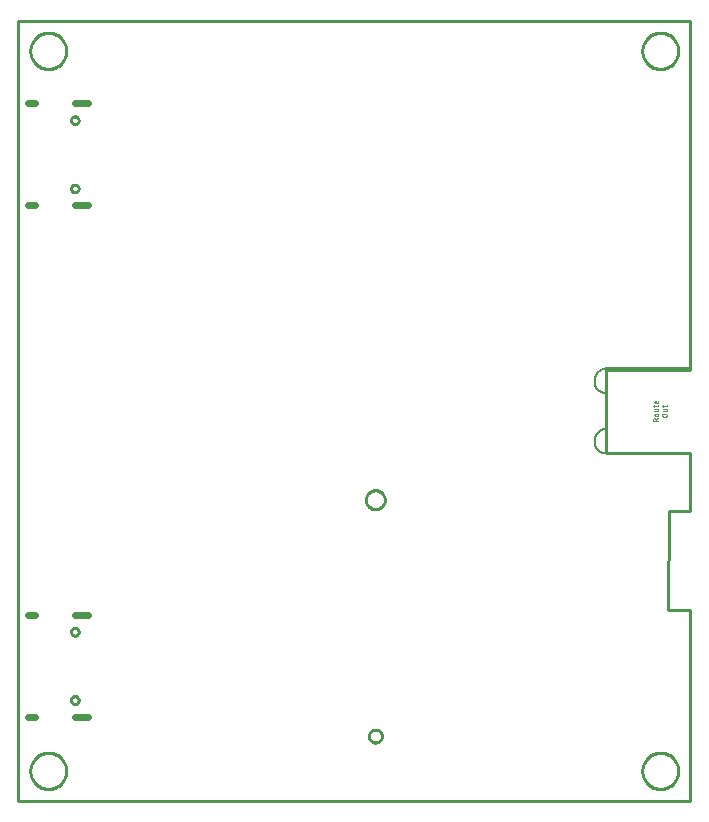
<source format=gko>
G04 EAGLE Gerber RS-274X export*
G75*
%MOMM*%
%FSLAX34Y34*%
%LPD*%
%IN*%
%IPPOS*%
%AMOC8*
5,1,8,0,0,1.08239X$1,22.5*%
G01*
%ADD10C,0.254000*%
%ADD11C,0.000000*%
%ADD12C,0.600000*%
%ADD13C,0.152400*%
%ADD14C,0.076200*%
%ADD15C,0.254000*%


D10*
X0Y660400D02*
X568960Y660400D01*
X568960Y364998D01*
X568960Y294386D02*
X568960Y245364D01*
X568706Y161290D02*
X568960Y0D01*
X0Y0D01*
X0Y660400D01*
X497840Y364998D02*
X497840Y294386D01*
X568960Y294386D01*
X568960Y364998D02*
X497840Y364998D01*
X550672Y245364D02*
X568960Y245364D01*
X550672Y245364D02*
X550418Y161290D01*
X568706Y161290D01*
D11*
X44530Y143200D02*
X44532Y143313D01*
X44538Y143427D01*
X44548Y143540D01*
X44562Y143652D01*
X44579Y143764D01*
X44601Y143876D01*
X44627Y143986D01*
X44656Y144096D01*
X44689Y144204D01*
X44726Y144312D01*
X44767Y144417D01*
X44811Y144522D01*
X44859Y144625D01*
X44910Y144726D01*
X44965Y144825D01*
X45024Y144922D01*
X45086Y145017D01*
X45151Y145110D01*
X45219Y145201D01*
X45290Y145289D01*
X45365Y145375D01*
X45442Y145458D01*
X45522Y145538D01*
X45605Y145615D01*
X45691Y145690D01*
X45779Y145761D01*
X45870Y145829D01*
X45963Y145894D01*
X46058Y145956D01*
X46155Y146015D01*
X46254Y146070D01*
X46355Y146121D01*
X46458Y146169D01*
X46563Y146213D01*
X46668Y146254D01*
X46776Y146291D01*
X46884Y146324D01*
X46994Y146353D01*
X47104Y146379D01*
X47216Y146401D01*
X47328Y146418D01*
X47440Y146432D01*
X47553Y146442D01*
X47667Y146448D01*
X47780Y146450D01*
X47893Y146448D01*
X48007Y146442D01*
X48120Y146432D01*
X48232Y146418D01*
X48344Y146401D01*
X48456Y146379D01*
X48566Y146353D01*
X48676Y146324D01*
X48784Y146291D01*
X48892Y146254D01*
X48997Y146213D01*
X49102Y146169D01*
X49205Y146121D01*
X49306Y146070D01*
X49405Y146015D01*
X49502Y145956D01*
X49597Y145894D01*
X49690Y145829D01*
X49781Y145761D01*
X49869Y145690D01*
X49955Y145615D01*
X50038Y145538D01*
X50118Y145458D01*
X50195Y145375D01*
X50270Y145289D01*
X50341Y145201D01*
X50409Y145110D01*
X50474Y145017D01*
X50536Y144922D01*
X50595Y144825D01*
X50650Y144726D01*
X50701Y144625D01*
X50749Y144522D01*
X50793Y144417D01*
X50834Y144312D01*
X50871Y144204D01*
X50904Y144096D01*
X50933Y143986D01*
X50959Y143876D01*
X50981Y143764D01*
X50998Y143652D01*
X51012Y143540D01*
X51022Y143427D01*
X51028Y143313D01*
X51030Y143200D01*
X51028Y143087D01*
X51022Y142973D01*
X51012Y142860D01*
X50998Y142748D01*
X50981Y142636D01*
X50959Y142524D01*
X50933Y142414D01*
X50904Y142304D01*
X50871Y142196D01*
X50834Y142088D01*
X50793Y141983D01*
X50749Y141878D01*
X50701Y141775D01*
X50650Y141674D01*
X50595Y141575D01*
X50536Y141478D01*
X50474Y141383D01*
X50409Y141290D01*
X50341Y141199D01*
X50270Y141111D01*
X50195Y141025D01*
X50118Y140942D01*
X50038Y140862D01*
X49955Y140785D01*
X49869Y140710D01*
X49781Y140639D01*
X49690Y140571D01*
X49597Y140506D01*
X49502Y140444D01*
X49405Y140385D01*
X49306Y140330D01*
X49205Y140279D01*
X49102Y140231D01*
X48997Y140187D01*
X48892Y140146D01*
X48784Y140109D01*
X48676Y140076D01*
X48566Y140047D01*
X48456Y140021D01*
X48344Y139999D01*
X48232Y139982D01*
X48120Y139968D01*
X48007Y139958D01*
X47893Y139952D01*
X47780Y139950D01*
X47667Y139952D01*
X47553Y139958D01*
X47440Y139968D01*
X47328Y139982D01*
X47216Y139999D01*
X47104Y140021D01*
X46994Y140047D01*
X46884Y140076D01*
X46776Y140109D01*
X46668Y140146D01*
X46563Y140187D01*
X46458Y140231D01*
X46355Y140279D01*
X46254Y140330D01*
X46155Y140385D01*
X46058Y140444D01*
X45963Y140506D01*
X45870Y140571D01*
X45779Y140639D01*
X45691Y140710D01*
X45605Y140785D01*
X45522Y140862D01*
X45442Y140942D01*
X45365Y141025D01*
X45290Y141111D01*
X45219Y141199D01*
X45151Y141290D01*
X45086Y141383D01*
X45024Y141478D01*
X44965Y141575D01*
X44910Y141674D01*
X44859Y141775D01*
X44811Y141878D01*
X44767Y141983D01*
X44726Y142088D01*
X44689Y142196D01*
X44656Y142304D01*
X44627Y142414D01*
X44601Y142524D01*
X44579Y142636D01*
X44562Y142748D01*
X44548Y142860D01*
X44538Y142973D01*
X44532Y143087D01*
X44530Y143200D01*
X44530Y85400D02*
X44532Y85513D01*
X44538Y85627D01*
X44548Y85740D01*
X44562Y85852D01*
X44579Y85964D01*
X44601Y86076D01*
X44627Y86186D01*
X44656Y86296D01*
X44689Y86404D01*
X44726Y86512D01*
X44767Y86617D01*
X44811Y86722D01*
X44859Y86825D01*
X44910Y86926D01*
X44965Y87025D01*
X45024Y87122D01*
X45086Y87217D01*
X45151Y87310D01*
X45219Y87401D01*
X45290Y87489D01*
X45365Y87575D01*
X45442Y87658D01*
X45522Y87738D01*
X45605Y87815D01*
X45691Y87890D01*
X45779Y87961D01*
X45870Y88029D01*
X45963Y88094D01*
X46058Y88156D01*
X46155Y88215D01*
X46254Y88270D01*
X46355Y88321D01*
X46458Y88369D01*
X46563Y88413D01*
X46668Y88454D01*
X46776Y88491D01*
X46884Y88524D01*
X46994Y88553D01*
X47104Y88579D01*
X47216Y88601D01*
X47328Y88618D01*
X47440Y88632D01*
X47553Y88642D01*
X47667Y88648D01*
X47780Y88650D01*
X47893Y88648D01*
X48007Y88642D01*
X48120Y88632D01*
X48232Y88618D01*
X48344Y88601D01*
X48456Y88579D01*
X48566Y88553D01*
X48676Y88524D01*
X48784Y88491D01*
X48892Y88454D01*
X48997Y88413D01*
X49102Y88369D01*
X49205Y88321D01*
X49306Y88270D01*
X49405Y88215D01*
X49502Y88156D01*
X49597Y88094D01*
X49690Y88029D01*
X49781Y87961D01*
X49869Y87890D01*
X49955Y87815D01*
X50038Y87738D01*
X50118Y87658D01*
X50195Y87575D01*
X50270Y87489D01*
X50341Y87401D01*
X50409Y87310D01*
X50474Y87217D01*
X50536Y87122D01*
X50595Y87025D01*
X50650Y86926D01*
X50701Y86825D01*
X50749Y86722D01*
X50793Y86617D01*
X50834Y86512D01*
X50871Y86404D01*
X50904Y86296D01*
X50933Y86186D01*
X50959Y86076D01*
X50981Y85964D01*
X50998Y85852D01*
X51012Y85740D01*
X51022Y85627D01*
X51028Y85513D01*
X51030Y85400D01*
X51028Y85287D01*
X51022Y85173D01*
X51012Y85060D01*
X50998Y84948D01*
X50981Y84836D01*
X50959Y84724D01*
X50933Y84614D01*
X50904Y84504D01*
X50871Y84396D01*
X50834Y84288D01*
X50793Y84183D01*
X50749Y84078D01*
X50701Y83975D01*
X50650Y83874D01*
X50595Y83775D01*
X50536Y83678D01*
X50474Y83583D01*
X50409Y83490D01*
X50341Y83399D01*
X50270Y83311D01*
X50195Y83225D01*
X50118Y83142D01*
X50038Y83062D01*
X49955Y82985D01*
X49869Y82910D01*
X49781Y82839D01*
X49690Y82771D01*
X49597Y82706D01*
X49502Y82644D01*
X49405Y82585D01*
X49306Y82530D01*
X49205Y82479D01*
X49102Y82431D01*
X48997Y82387D01*
X48892Y82346D01*
X48784Y82309D01*
X48676Y82276D01*
X48566Y82247D01*
X48456Y82221D01*
X48344Y82199D01*
X48232Y82182D01*
X48120Y82168D01*
X48007Y82158D01*
X47893Y82152D01*
X47780Y82150D01*
X47667Y82152D01*
X47553Y82158D01*
X47440Y82168D01*
X47328Y82182D01*
X47216Y82199D01*
X47104Y82221D01*
X46994Y82247D01*
X46884Y82276D01*
X46776Y82309D01*
X46668Y82346D01*
X46563Y82387D01*
X46458Y82431D01*
X46355Y82479D01*
X46254Y82530D01*
X46155Y82585D01*
X46058Y82644D01*
X45963Y82706D01*
X45870Y82771D01*
X45779Y82839D01*
X45691Y82910D01*
X45605Y82985D01*
X45522Y83062D01*
X45442Y83142D01*
X45365Y83225D01*
X45290Y83311D01*
X45219Y83399D01*
X45151Y83490D01*
X45086Y83583D01*
X45024Y83678D01*
X44965Y83775D01*
X44910Y83874D01*
X44859Y83975D01*
X44811Y84078D01*
X44767Y84183D01*
X44726Y84288D01*
X44689Y84396D01*
X44656Y84504D01*
X44627Y84614D01*
X44601Y84724D01*
X44579Y84836D01*
X44562Y84948D01*
X44548Y85060D01*
X44538Y85173D01*
X44532Y85287D01*
X44530Y85400D01*
D12*
X47580Y157480D02*
X58580Y157480D01*
X58580Y71120D02*
X47580Y71120D01*
X14430Y157480D02*
X8230Y157480D01*
X8230Y71120D02*
X14430Y71120D01*
D11*
X296760Y54940D02*
X296762Y55088D01*
X296768Y55236D01*
X296778Y55384D01*
X296792Y55532D01*
X296810Y55679D01*
X296832Y55826D01*
X296858Y55972D01*
X296887Y56117D01*
X296921Y56262D01*
X296959Y56405D01*
X297000Y56548D01*
X297045Y56689D01*
X297095Y56829D01*
X297147Y56967D01*
X297204Y57105D01*
X297264Y57240D01*
X297328Y57374D01*
X297395Y57506D01*
X297466Y57636D01*
X297541Y57765D01*
X297619Y57891D01*
X297700Y58015D01*
X297784Y58137D01*
X297872Y58256D01*
X297963Y58373D01*
X298057Y58488D01*
X298155Y58600D01*
X298255Y58709D01*
X298358Y58816D01*
X298464Y58920D01*
X298572Y59021D01*
X298684Y59119D01*
X298798Y59214D01*
X298914Y59305D01*
X299033Y59394D01*
X299154Y59479D01*
X299278Y59561D01*
X299404Y59640D01*
X299531Y59715D01*
X299661Y59787D01*
X299793Y59856D01*
X299926Y59920D01*
X300061Y59981D01*
X300198Y60039D01*
X300336Y60093D01*
X300476Y60143D01*
X300617Y60189D01*
X300759Y60231D01*
X300902Y60270D01*
X301046Y60304D01*
X301192Y60335D01*
X301337Y60362D01*
X301484Y60385D01*
X301631Y60404D01*
X301779Y60419D01*
X301926Y60430D01*
X302075Y60437D01*
X302223Y60440D01*
X302371Y60439D01*
X302519Y60434D01*
X302667Y60425D01*
X302815Y60412D01*
X302963Y60395D01*
X303109Y60374D01*
X303256Y60349D01*
X303401Y60320D01*
X303546Y60288D01*
X303689Y60251D01*
X303832Y60211D01*
X303974Y60166D01*
X304114Y60118D01*
X304253Y60066D01*
X304390Y60011D01*
X304526Y59951D01*
X304661Y59888D01*
X304793Y59822D01*
X304924Y59752D01*
X305053Y59678D01*
X305179Y59601D01*
X305304Y59521D01*
X305426Y59437D01*
X305547Y59350D01*
X305664Y59260D01*
X305780Y59166D01*
X305892Y59070D01*
X306002Y58971D01*
X306110Y58868D01*
X306214Y58763D01*
X306316Y58655D01*
X306414Y58544D01*
X306510Y58431D01*
X306603Y58315D01*
X306692Y58197D01*
X306778Y58076D01*
X306861Y57953D01*
X306941Y57828D01*
X307017Y57701D01*
X307090Y57571D01*
X307159Y57440D01*
X307224Y57307D01*
X307287Y57173D01*
X307345Y57036D01*
X307400Y56898D01*
X307450Y56759D01*
X307498Y56618D01*
X307541Y56477D01*
X307581Y56334D01*
X307616Y56190D01*
X307648Y56045D01*
X307676Y55899D01*
X307700Y55753D01*
X307720Y55606D01*
X307736Y55458D01*
X307748Y55311D01*
X307756Y55162D01*
X307760Y55014D01*
X307760Y54866D01*
X307756Y54718D01*
X307748Y54569D01*
X307736Y54422D01*
X307720Y54274D01*
X307700Y54127D01*
X307676Y53981D01*
X307648Y53835D01*
X307616Y53690D01*
X307581Y53546D01*
X307541Y53403D01*
X307498Y53262D01*
X307450Y53121D01*
X307400Y52982D01*
X307345Y52844D01*
X307287Y52707D01*
X307224Y52573D01*
X307159Y52440D01*
X307090Y52309D01*
X307017Y52179D01*
X306941Y52052D01*
X306861Y51927D01*
X306778Y51804D01*
X306692Y51683D01*
X306603Y51565D01*
X306510Y51449D01*
X306414Y51336D01*
X306316Y51225D01*
X306214Y51117D01*
X306110Y51012D01*
X306002Y50909D01*
X305892Y50810D01*
X305780Y50714D01*
X305664Y50620D01*
X305547Y50530D01*
X305426Y50443D01*
X305304Y50359D01*
X305179Y50279D01*
X305053Y50202D01*
X304924Y50128D01*
X304793Y50058D01*
X304661Y49992D01*
X304526Y49929D01*
X304390Y49869D01*
X304253Y49814D01*
X304114Y49762D01*
X303974Y49714D01*
X303832Y49669D01*
X303689Y49629D01*
X303546Y49592D01*
X303401Y49560D01*
X303256Y49531D01*
X303109Y49506D01*
X302963Y49485D01*
X302815Y49468D01*
X302667Y49455D01*
X302519Y49446D01*
X302371Y49441D01*
X302223Y49440D01*
X302075Y49443D01*
X301926Y49450D01*
X301779Y49461D01*
X301631Y49476D01*
X301484Y49495D01*
X301337Y49518D01*
X301192Y49545D01*
X301046Y49576D01*
X300902Y49610D01*
X300759Y49649D01*
X300617Y49691D01*
X300476Y49737D01*
X300336Y49787D01*
X300198Y49841D01*
X300061Y49899D01*
X299926Y49960D01*
X299793Y50024D01*
X299661Y50093D01*
X299531Y50165D01*
X299404Y50240D01*
X299278Y50319D01*
X299154Y50401D01*
X299033Y50486D01*
X298914Y50575D01*
X298798Y50666D01*
X298684Y50761D01*
X298572Y50859D01*
X298464Y50960D01*
X298358Y51064D01*
X298255Y51171D01*
X298155Y51280D01*
X298057Y51392D01*
X297963Y51507D01*
X297872Y51624D01*
X297784Y51743D01*
X297700Y51865D01*
X297619Y51989D01*
X297541Y52115D01*
X297466Y52244D01*
X297395Y52374D01*
X297328Y52506D01*
X297264Y52640D01*
X297204Y52775D01*
X297147Y52913D01*
X297095Y53051D01*
X297045Y53191D01*
X297000Y53332D01*
X296959Y53475D01*
X296921Y53618D01*
X296887Y53763D01*
X296858Y53908D01*
X296832Y54054D01*
X296810Y54201D01*
X296792Y54348D01*
X296778Y54496D01*
X296768Y54644D01*
X296762Y54792D01*
X296760Y54940D01*
X294260Y254940D02*
X294262Y255136D01*
X294270Y255333D01*
X294282Y255529D01*
X294299Y255724D01*
X294320Y255919D01*
X294347Y256114D01*
X294378Y256308D01*
X294414Y256501D01*
X294454Y256693D01*
X294500Y256884D01*
X294550Y257074D01*
X294604Y257262D01*
X294664Y257449D01*
X294728Y257635D01*
X294796Y257819D01*
X294869Y258001D01*
X294946Y258182D01*
X295028Y258360D01*
X295114Y258537D01*
X295205Y258711D01*
X295299Y258883D01*
X295398Y259053D01*
X295501Y259220D01*
X295608Y259385D01*
X295719Y259546D01*
X295834Y259706D01*
X295953Y259862D01*
X296076Y260015D01*
X296202Y260165D01*
X296332Y260312D01*
X296466Y260456D01*
X296603Y260597D01*
X296744Y260734D01*
X296888Y260868D01*
X297035Y260998D01*
X297185Y261124D01*
X297338Y261247D01*
X297494Y261366D01*
X297654Y261481D01*
X297815Y261592D01*
X297980Y261699D01*
X298147Y261802D01*
X298317Y261901D01*
X298489Y261995D01*
X298663Y262086D01*
X298840Y262172D01*
X299018Y262254D01*
X299199Y262331D01*
X299381Y262404D01*
X299565Y262472D01*
X299751Y262536D01*
X299938Y262596D01*
X300126Y262650D01*
X300316Y262700D01*
X300507Y262746D01*
X300699Y262786D01*
X300892Y262822D01*
X301086Y262853D01*
X301281Y262880D01*
X301476Y262901D01*
X301671Y262918D01*
X301867Y262930D01*
X302064Y262938D01*
X302260Y262940D01*
X302456Y262938D01*
X302653Y262930D01*
X302849Y262918D01*
X303044Y262901D01*
X303239Y262880D01*
X303434Y262853D01*
X303628Y262822D01*
X303821Y262786D01*
X304013Y262746D01*
X304204Y262700D01*
X304394Y262650D01*
X304582Y262596D01*
X304769Y262536D01*
X304955Y262472D01*
X305139Y262404D01*
X305321Y262331D01*
X305502Y262254D01*
X305680Y262172D01*
X305857Y262086D01*
X306031Y261995D01*
X306203Y261901D01*
X306373Y261802D01*
X306540Y261699D01*
X306705Y261592D01*
X306866Y261481D01*
X307026Y261366D01*
X307182Y261247D01*
X307335Y261124D01*
X307485Y260998D01*
X307632Y260868D01*
X307776Y260734D01*
X307917Y260597D01*
X308054Y260456D01*
X308188Y260312D01*
X308318Y260165D01*
X308444Y260015D01*
X308567Y259862D01*
X308686Y259706D01*
X308801Y259546D01*
X308912Y259385D01*
X309019Y259220D01*
X309122Y259053D01*
X309221Y258883D01*
X309315Y258711D01*
X309406Y258537D01*
X309492Y258360D01*
X309574Y258182D01*
X309651Y258001D01*
X309724Y257819D01*
X309792Y257635D01*
X309856Y257449D01*
X309916Y257262D01*
X309970Y257074D01*
X310020Y256884D01*
X310066Y256693D01*
X310106Y256501D01*
X310142Y256308D01*
X310173Y256114D01*
X310200Y255919D01*
X310221Y255724D01*
X310238Y255529D01*
X310250Y255333D01*
X310258Y255136D01*
X310260Y254940D01*
X310258Y254744D01*
X310250Y254547D01*
X310238Y254351D01*
X310221Y254156D01*
X310200Y253961D01*
X310173Y253766D01*
X310142Y253572D01*
X310106Y253379D01*
X310066Y253187D01*
X310020Y252996D01*
X309970Y252806D01*
X309916Y252618D01*
X309856Y252431D01*
X309792Y252245D01*
X309724Y252061D01*
X309651Y251879D01*
X309574Y251698D01*
X309492Y251520D01*
X309406Y251343D01*
X309315Y251169D01*
X309221Y250997D01*
X309122Y250827D01*
X309019Y250660D01*
X308912Y250495D01*
X308801Y250334D01*
X308686Y250174D01*
X308567Y250018D01*
X308444Y249865D01*
X308318Y249715D01*
X308188Y249568D01*
X308054Y249424D01*
X307917Y249283D01*
X307776Y249146D01*
X307632Y249012D01*
X307485Y248882D01*
X307335Y248756D01*
X307182Y248633D01*
X307026Y248514D01*
X306866Y248399D01*
X306705Y248288D01*
X306540Y248181D01*
X306373Y248078D01*
X306203Y247979D01*
X306031Y247885D01*
X305857Y247794D01*
X305680Y247708D01*
X305502Y247626D01*
X305321Y247549D01*
X305139Y247476D01*
X304955Y247408D01*
X304769Y247344D01*
X304582Y247284D01*
X304394Y247230D01*
X304204Y247180D01*
X304013Y247134D01*
X303821Y247094D01*
X303628Y247058D01*
X303434Y247027D01*
X303239Y247000D01*
X303044Y246979D01*
X302849Y246962D01*
X302653Y246950D01*
X302456Y246942D01*
X302260Y246940D01*
X302064Y246942D01*
X301867Y246950D01*
X301671Y246962D01*
X301476Y246979D01*
X301281Y247000D01*
X301086Y247027D01*
X300892Y247058D01*
X300699Y247094D01*
X300507Y247134D01*
X300316Y247180D01*
X300126Y247230D01*
X299938Y247284D01*
X299751Y247344D01*
X299565Y247408D01*
X299381Y247476D01*
X299199Y247549D01*
X299018Y247626D01*
X298840Y247708D01*
X298663Y247794D01*
X298489Y247885D01*
X298317Y247979D01*
X298147Y248078D01*
X297980Y248181D01*
X297815Y248288D01*
X297654Y248399D01*
X297494Y248514D01*
X297338Y248633D01*
X297185Y248756D01*
X297035Y248882D01*
X296888Y249012D01*
X296744Y249146D01*
X296603Y249283D01*
X296466Y249424D01*
X296332Y249568D01*
X296202Y249715D01*
X296076Y249865D01*
X295953Y250018D01*
X295834Y250174D01*
X295719Y250334D01*
X295608Y250495D01*
X295501Y250660D01*
X295398Y250827D01*
X295299Y250997D01*
X295205Y251169D01*
X295114Y251343D01*
X295028Y251520D01*
X294946Y251698D01*
X294869Y251879D01*
X294796Y252061D01*
X294728Y252245D01*
X294664Y252431D01*
X294604Y252618D01*
X294550Y252806D01*
X294500Y252996D01*
X294454Y253187D01*
X294414Y253379D01*
X294378Y253572D01*
X294347Y253766D01*
X294320Y253961D01*
X294299Y254156D01*
X294282Y254351D01*
X294270Y254547D01*
X294262Y254744D01*
X294260Y254940D01*
X44530Y576270D02*
X44532Y576383D01*
X44538Y576497D01*
X44548Y576610D01*
X44562Y576722D01*
X44579Y576834D01*
X44601Y576946D01*
X44627Y577056D01*
X44656Y577166D01*
X44689Y577274D01*
X44726Y577382D01*
X44767Y577487D01*
X44811Y577592D01*
X44859Y577695D01*
X44910Y577796D01*
X44965Y577895D01*
X45024Y577992D01*
X45086Y578087D01*
X45151Y578180D01*
X45219Y578271D01*
X45290Y578359D01*
X45365Y578445D01*
X45442Y578528D01*
X45522Y578608D01*
X45605Y578685D01*
X45691Y578760D01*
X45779Y578831D01*
X45870Y578899D01*
X45963Y578964D01*
X46058Y579026D01*
X46155Y579085D01*
X46254Y579140D01*
X46355Y579191D01*
X46458Y579239D01*
X46563Y579283D01*
X46668Y579324D01*
X46776Y579361D01*
X46884Y579394D01*
X46994Y579423D01*
X47104Y579449D01*
X47216Y579471D01*
X47328Y579488D01*
X47440Y579502D01*
X47553Y579512D01*
X47667Y579518D01*
X47780Y579520D01*
X47893Y579518D01*
X48007Y579512D01*
X48120Y579502D01*
X48232Y579488D01*
X48344Y579471D01*
X48456Y579449D01*
X48566Y579423D01*
X48676Y579394D01*
X48784Y579361D01*
X48892Y579324D01*
X48997Y579283D01*
X49102Y579239D01*
X49205Y579191D01*
X49306Y579140D01*
X49405Y579085D01*
X49502Y579026D01*
X49597Y578964D01*
X49690Y578899D01*
X49781Y578831D01*
X49869Y578760D01*
X49955Y578685D01*
X50038Y578608D01*
X50118Y578528D01*
X50195Y578445D01*
X50270Y578359D01*
X50341Y578271D01*
X50409Y578180D01*
X50474Y578087D01*
X50536Y577992D01*
X50595Y577895D01*
X50650Y577796D01*
X50701Y577695D01*
X50749Y577592D01*
X50793Y577487D01*
X50834Y577382D01*
X50871Y577274D01*
X50904Y577166D01*
X50933Y577056D01*
X50959Y576946D01*
X50981Y576834D01*
X50998Y576722D01*
X51012Y576610D01*
X51022Y576497D01*
X51028Y576383D01*
X51030Y576270D01*
X51028Y576157D01*
X51022Y576043D01*
X51012Y575930D01*
X50998Y575818D01*
X50981Y575706D01*
X50959Y575594D01*
X50933Y575484D01*
X50904Y575374D01*
X50871Y575266D01*
X50834Y575158D01*
X50793Y575053D01*
X50749Y574948D01*
X50701Y574845D01*
X50650Y574744D01*
X50595Y574645D01*
X50536Y574548D01*
X50474Y574453D01*
X50409Y574360D01*
X50341Y574269D01*
X50270Y574181D01*
X50195Y574095D01*
X50118Y574012D01*
X50038Y573932D01*
X49955Y573855D01*
X49869Y573780D01*
X49781Y573709D01*
X49690Y573641D01*
X49597Y573576D01*
X49502Y573514D01*
X49405Y573455D01*
X49306Y573400D01*
X49205Y573349D01*
X49102Y573301D01*
X48997Y573257D01*
X48892Y573216D01*
X48784Y573179D01*
X48676Y573146D01*
X48566Y573117D01*
X48456Y573091D01*
X48344Y573069D01*
X48232Y573052D01*
X48120Y573038D01*
X48007Y573028D01*
X47893Y573022D01*
X47780Y573020D01*
X47667Y573022D01*
X47553Y573028D01*
X47440Y573038D01*
X47328Y573052D01*
X47216Y573069D01*
X47104Y573091D01*
X46994Y573117D01*
X46884Y573146D01*
X46776Y573179D01*
X46668Y573216D01*
X46563Y573257D01*
X46458Y573301D01*
X46355Y573349D01*
X46254Y573400D01*
X46155Y573455D01*
X46058Y573514D01*
X45963Y573576D01*
X45870Y573641D01*
X45779Y573709D01*
X45691Y573780D01*
X45605Y573855D01*
X45522Y573932D01*
X45442Y574012D01*
X45365Y574095D01*
X45290Y574181D01*
X45219Y574269D01*
X45151Y574360D01*
X45086Y574453D01*
X45024Y574548D01*
X44965Y574645D01*
X44910Y574744D01*
X44859Y574845D01*
X44811Y574948D01*
X44767Y575053D01*
X44726Y575158D01*
X44689Y575266D01*
X44656Y575374D01*
X44627Y575484D01*
X44601Y575594D01*
X44579Y575706D01*
X44562Y575818D01*
X44548Y575930D01*
X44538Y576043D01*
X44532Y576157D01*
X44530Y576270D01*
X44530Y518470D02*
X44532Y518583D01*
X44538Y518697D01*
X44548Y518810D01*
X44562Y518922D01*
X44579Y519034D01*
X44601Y519146D01*
X44627Y519256D01*
X44656Y519366D01*
X44689Y519474D01*
X44726Y519582D01*
X44767Y519687D01*
X44811Y519792D01*
X44859Y519895D01*
X44910Y519996D01*
X44965Y520095D01*
X45024Y520192D01*
X45086Y520287D01*
X45151Y520380D01*
X45219Y520471D01*
X45290Y520559D01*
X45365Y520645D01*
X45442Y520728D01*
X45522Y520808D01*
X45605Y520885D01*
X45691Y520960D01*
X45779Y521031D01*
X45870Y521099D01*
X45963Y521164D01*
X46058Y521226D01*
X46155Y521285D01*
X46254Y521340D01*
X46355Y521391D01*
X46458Y521439D01*
X46563Y521483D01*
X46668Y521524D01*
X46776Y521561D01*
X46884Y521594D01*
X46994Y521623D01*
X47104Y521649D01*
X47216Y521671D01*
X47328Y521688D01*
X47440Y521702D01*
X47553Y521712D01*
X47667Y521718D01*
X47780Y521720D01*
X47893Y521718D01*
X48007Y521712D01*
X48120Y521702D01*
X48232Y521688D01*
X48344Y521671D01*
X48456Y521649D01*
X48566Y521623D01*
X48676Y521594D01*
X48784Y521561D01*
X48892Y521524D01*
X48997Y521483D01*
X49102Y521439D01*
X49205Y521391D01*
X49306Y521340D01*
X49405Y521285D01*
X49502Y521226D01*
X49597Y521164D01*
X49690Y521099D01*
X49781Y521031D01*
X49869Y520960D01*
X49955Y520885D01*
X50038Y520808D01*
X50118Y520728D01*
X50195Y520645D01*
X50270Y520559D01*
X50341Y520471D01*
X50409Y520380D01*
X50474Y520287D01*
X50536Y520192D01*
X50595Y520095D01*
X50650Y519996D01*
X50701Y519895D01*
X50749Y519792D01*
X50793Y519687D01*
X50834Y519582D01*
X50871Y519474D01*
X50904Y519366D01*
X50933Y519256D01*
X50959Y519146D01*
X50981Y519034D01*
X50998Y518922D01*
X51012Y518810D01*
X51022Y518697D01*
X51028Y518583D01*
X51030Y518470D01*
X51028Y518357D01*
X51022Y518243D01*
X51012Y518130D01*
X50998Y518018D01*
X50981Y517906D01*
X50959Y517794D01*
X50933Y517684D01*
X50904Y517574D01*
X50871Y517466D01*
X50834Y517358D01*
X50793Y517253D01*
X50749Y517148D01*
X50701Y517045D01*
X50650Y516944D01*
X50595Y516845D01*
X50536Y516748D01*
X50474Y516653D01*
X50409Y516560D01*
X50341Y516469D01*
X50270Y516381D01*
X50195Y516295D01*
X50118Y516212D01*
X50038Y516132D01*
X49955Y516055D01*
X49869Y515980D01*
X49781Y515909D01*
X49690Y515841D01*
X49597Y515776D01*
X49502Y515714D01*
X49405Y515655D01*
X49306Y515600D01*
X49205Y515549D01*
X49102Y515501D01*
X48997Y515457D01*
X48892Y515416D01*
X48784Y515379D01*
X48676Y515346D01*
X48566Y515317D01*
X48456Y515291D01*
X48344Y515269D01*
X48232Y515252D01*
X48120Y515238D01*
X48007Y515228D01*
X47893Y515222D01*
X47780Y515220D01*
X47667Y515222D01*
X47553Y515228D01*
X47440Y515238D01*
X47328Y515252D01*
X47216Y515269D01*
X47104Y515291D01*
X46994Y515317D01*
X46884Y515346D01*
X46776Y515379D01*
X46668Y515416D01*
X46563Y515457D01*
X46458Y515501D01*
X46355Y515549D01*
X46254Y515600D01*
X46155Y515655D01*
X46058Y515714D01*
X45963Y515776D01*
X45870Y515841D01*
X45779Y515909D01*
X45691Y515980D01*
X45605Y516055D01*
X45522Y516132D01*
X45442Y516212D01*
X45365Y516295D01*
X45290Y516381D01*
X45219Y516469D01*
X45151Y516560D01*
X45086Y516653D01*
X45024Y516748D01*
X44965Y516845D01*
X44910Y516944D01*
X44859Y517045D01*
X44811Y517148D01*
X44767Y517253D01*
X44726Y517358D01*
X44689Y517466D01*
X44656Y517574D01*
X44627Y517684D01*
X44601Y517794D01*
X44579Y517906D01*
X44562Y518018D01*
X44548Y518130D01*
X44538Y518243D01*
X44532Y518357D01*
X44530Y518470D01*
D12*
X47580Y590550D02*
X58580Y590550D01*
X58580Y504190D02*
X47580Y504190D01*
X14430Y590550D02*
X8230Y590550D01*
X8230Y504190D02*
X14430Y504190D01*
D13*
X497944Y366200D02*
X567944Y366200D01*
X497944Y366200D02*
X497702Y366197D01*
X497461Y366188D01*
X497220Y366174D01*
X496979Y366153D01*
X496739Y366127D01*
X496499Y366095D01*
X496260Y366057D01*
X496023Y366014D01*
X495786Y365964D01*
X495551Y365909D01*
X495317Y365849D01*
X495085Y365782D01*
X494854Y365711D01*
X494625Y365633D01*
X494398Y365550D01*
X494173Y365462D01*
X493950Y365368D01*
X493730Y365269D01*
X493512Y365164D01*
X493297Y365055D01*
X493084Y364940D01*
X492874Y364820D01*
X492668Y364695D01*
X492464Y364565D01*
X492263Y364430D01*
X492066Y364290D01*
X491872Y364146D01*
X491682Y363997D01*
X491496Y363843D01*
X491313Y363685D01*
X491134Y363523D01*
X490959Y363356D01*
X490788Y363185D01*
X490621Y363010D01*
X490459Y362831D01*
X490301Y362648D01*
X490147Y362462D01*
X489998Y362272D01*
X489854Y362078D01*
X489714Y361881D01*
X489579Y361680D01*
X489449Y361476D01*
X489324Y361270D01*
X489204Y361060D01*
X489089Y360847D01*
X488980Y360632D01*
X488875Y360414D01*
X488776Y360194D01*
X488682Y359971D01*
X488594Y359746D01*
X488511Y359519D01*
X488433Y359290D01*
X488362Y359059D01*
X488295Y358827D01*
X488235Y358593D01*
X488180Y358358D01*
X488130Y358121D01*
X488087Y357884D01*
X488049Y357645D01*
X488017Y357405D01*
X487991Y357165D01*
X487970Y356924D01*
X487956Y356683D01*
X487947Y356442D01*
X487944Y356200D01*
X487944Y355200D01*
X487947Y354958D01*
X487956Y354717D01*
X487970Y354476D01*
X487991Y354235D01*
X488017Y353995D01*
X488049Y353755D01*
X488087Y353516D01*
X488130Y353279D01*
X488180Y353042D01*
X488235Y352807D01*
X488295Y352573D01*
X488362Y352341D01*
X488433Y352110D01*
X488511Y351881D01*
X488594Y351654D01*
X488682Y351429D01*
X488776Y351206D01*
X488875Y350986D01*
X488980Y350768D01*
X489089Y350553D01*
X489204Y350340D01*
X489324Y350130D01*
X489449Y349924D01*
X489579Y349720D01*
X489714Y349519D01*
X489854Y349322D01*
X489998Y349128D01*
X490147Y348938D01*
X490301Y348752D01*
X490459Y348569D01*
X490621Y348390D01*
X490788Y348215D01*
X490959Y348044D01*
X491134Y347877D01*
X491313Y347715D01*
X491496Y347557D01*
X491682Y347403D01*
X491872Y347254D01*
X492066Y347110D01*
X492263Y346970D01*
X492464Y346835D01*
X492668Y346705D01*
X492874Y346580D01*
X493084Y346460D01*
X493297Y346345D01*
X493512Y346236D01*
X493730Y346131D01*
X493950Y346032D01*
X494173Y345938D01*
X494398Y345850D01*
X494625Y345767D01*
X494854Y345689D01*
X495085Y345618D01*
X495317Y345551D01*
X495551Y345491D01*
X495786Y345436D01*
X496023Y345386D01*
X496260Y345343D01*
X496499Y345305D01*
X496739Y345273D01*
X496979Y345247D01*
X497220Y345226D01*
X497461Y345212D01*
X497702Y345203D01*
X497944Y345200D01*
X497944Y315200D01*
X497944Y294200D02*
X567944Y294200D01*
D14*
X541393Y321587D02*
X537155Y321587D01*
X537155Y322764D01*
X537157Y322831D01*
X537163Y322898D01*
X537172Y322965D01*
X537186Y323031D01*
X537203Y323096D01*
X537223Y323160D01*
X537248Y323222D01*
X537276Y323283D01*
X537307Y323343D01*
X537342Y323400D01*
X537380Y323456D01*
X537421Y323509D01*
X537465Y323560D01*
X537512Y323608D01*
X537561Y323654D01*
X537613Y323696D01*
X537668Y323736D01*
X537724Y323772D01*
X537783Y323805D01*
X537843Y323835D01*
X537905Y323861D01*
X537968Y323883D01*
X538033Y323902D01*
X538098Y323918D01*
X538164Y323929D01*
X538231Y323937D01*
X538298Y323941D01*
X538366Y323941D01*
X538433Y323937D01*
X538500Y323929D01*
X538566Y323918D01*
X538631Y323902D01*
X538696Y323883D01*
X538759Y323861D01*
X538821Y323835D01*
X538881Y323805D01*
X538940Y323772D01*
X538996Y323736D01*
X539051Y323696D01*
X539103Y323654D01*
X539152Y323608D01*
X539199Y323560D01*
X539243Y323509D01*
X539284Y323456D01*
X539322Y323400D01*
X539357Y323343D01*
X539388Y323283D01*
X539416Y323222D01*
X539441Y323160D01*
X539461Y323096D01*
X539478Y323031D01*
X539492Y322965D01*
X539501Y322898D01*
X539507Y322831D01*
X539509Y322764D01*
X539509Y321587D01*
X539509Y322999D02*
X541393Y323941D01*
X540451Y325980D02*
X539509Y325980D01*
X539449Y325982D01*
X539389Y325988D01*
X539329Y325997D01*
X539270Y326011D01*
X539212Y326028D01*
X539155Y326049D01*
X539100Y326073D01*
X539047Y326101D01*
X538995Y326133D01*
X538946Y326167D01*
X538898Y326205D01*
X538854Y326245D01*
X538812Y326289D01*
X538773Y326335D01*
X538736Y326383D01*
X538703Y326434D01*
X538674Y326486D01*
X538648Y326541D01*
X538625Y326597D01*
X538606Y326654D01*
X538591Y326712D01*
X538579Y326772D01*
X538571Y326832D01*
X538567Y326892D01*
X538567Y326952D01*
X538571Y327012D01*
X538579Y327072D01*
X538591Y327132D01*
X538606Y327190D01*
X538625Y327247D01*
X538648Y327303D01*
X538674Y327358D01*
X538703Y327410D01*
X538736Y327461D01*
X538773Y327509D01*
X538812Y327555D01*
X538854Y327599D01*
X538898Y327639D01*
X538946Y327677D01*
X538995Y327711D01*
X539047Y327743D01*
X539100Y327771D01*
X539155Y327795D01*
X539212Y327816D01*
X539270Y327833D01*
X539329Y327847D01*
X539389Y327856D01*
X539449Y327862D01*
X539509Y327864D01*
X539509Y327863D02*
X540451Y327863D01*
X540451Y327864D02*
X540511Y327862D01*
X540571Y327856D01*
X540631Y327847D01*
X540690Y327833D01*
X540748Y327816D01*
X540805Y327795D01*
X540860Y327771D01*
X540913Y327743D01*
X540965Y327711D01*
X541014Y327677D01*
X541062Y327639D01*
X541106Y327599D01*
X541148Y327555D01*
X541187Y327509D01*
X541224Y327461D01*
X541257Y327410D01*
X541286Y327358D01*
X541312Y327303D01*
X541335Y327247D01*
X541354Y327190D01*
X541369Y327132D01*
X541381Y327072D01*
X541389Y327012D01*
X541393Y326952D01*
X541393Y326892D01*
X541389Y326832D01*
X541381Y326772D01*
X541369Y326712D01*
X541354Y326654D01*
X541335Y326597D01*
X541312Y326541D01*
X541286Y326486D01*
X541257Y326434D01*
X541224Y326383D01*
X541187Y326335D01*
X541148Y326289D01*
X541106Y326245D01*
X541062Y326205D01*
X541014Y326167D01*
X540965Y326133D01*
X540913Y326101D01*
X540860Y326073D01*
X540805Y326049D01*
X540748Y326028D01*
X540690Y326011D01*
X540631Y325997D01*
X540571Y325988D01*
X540511Y325982D01*
X540451Y325980D01*
X540687Y330030D02*
X538568Y330030D01*
X540687Y330030D02*
X540737Y330032D01*
X540787Y330037D01*
X540837Y330046D01*
X540886Y330059D01*
X540934Y330075D01*
X540980Y330094D01*
X541025Y330116D01*
X541069Y330142D01*
X541110Y330171D01*
X541149Y330202D01*
X541186Y330237D01*
X541221Y330274D01*
X541252Y330313D01*
X541281Y330354D01*
X541307Y330398D01*
X541329Y330443D01*
X541348Y330489D01*
X541364Y330537D01*
X541377Y330586D01*
X541386Y330636D01*
X541391Y330686D01*
X541393Y330736D01*
X541393Y331913D01*
X538568Y331913D01*
X538568Y333663D02*
X538568Y335075D01*
X537155Y334133D02*
X540687Y334133D01*
X540687Y334134D02*
X540737Y334136D01*
X540787Y334141D01*
X540837Y334150D01*
X540886Y334163D01*
X540934Y334179D01*
X540980Y334198D01*
X541025Y334220D01*
X541069Y334246D01*
X541110Y334275D01*
X541149Y334306D01*
X541186Y334341D01*
X541221Y334378D01*
X541252Y334417D01*
X541281Y334458D01*
X541307Y334502D01*
X541329Y334547D01*
X541348Y334593D01*
X541364Y334641D01*
X541377Y334690D01*
X541386Y334740D01*
X541391Y334790D01*
X541393Y334840D01*
X541393Y335075D01*
X541393Y337636D02*
X541393Y338813D01*
X541393Y337636D02*
X541391Y337586D01*
X541386Y337536D01*
X541377Y337486D01*
X541364Y337437D01*
X541348Y337389D01*
X541329Y337343D01*
X541307Y337298D01*
X541281Y337254D01*
X541252Y337213D01*
X541221Y337174D01*
X541186Y337137D01*
X541149Y337102D01*
X541110Y337071D01*
X541069Y337042D01*
X541025Y337016D01*
X540980Y336994D01*
X540934Y336975D01*
X540886Y336959D01*
X540837Y336946D01*
X540787Y336937D01*
X540737Y336932D01*
X540687Y336930D01*
X539509Y336930D01*
X539449Y336932D01*
X539389Y336938D01*
X539329Y336947D01*
X539270Y336961D01*
X539212Y336978D01*
X539155Y336999D01*
X539100Y337023D01*
X539047Y337051D01*
X538995Y337083D01*
X538946Y337117D01*
X538898Y337155D01*
X538854Y337195D01*
X538812Y337239D01*
X538773Y337285D01*
X538736Y337333D01*
X538703Y337384D01*
X538674Y337436D01*
X538648Y337491D01*
X538625Y337547D01*
X538606Y337604D01*
X538591Y337662D01*
X538579Y337722D01*
X538571Y337782D01*
X538567Y337842D01*
X538567Y337902D01*
X538571Y337962D01*
X538579Y338022D01*
X538591Y338082D01*
X538606Y338140D01*
X538625Y338197D01*
X538648Y338253D01*
X538674Y338308D01*
X538703Y338360D01*
X538736Y338411D01*
X538773Y338459D01*
X538812Y338505D01*
X538854Y338549D01*
X538898Y338589D01*
X538946Y338627D01*
X538995Y338661D01*
X539047Y338693D01*
X539100Y338721D01*
X539155Y338745D01*
X539212Y338766D01*
X539270Y338783D01*
X539329Y338797D01*
X539389Y338806D01*
X539449Y338812D01*
X539509Y338814D01*
X539509Y338813D02*
X539980Y338813D01*
X539980Y336930D01*
X545832Y325385D02*
X547716Y325385D01*
X545832Y325385D02*
X545765Y325387D01*
X545698Y325393D01*
X545631Y325402D01*
X545565Y325416D01*
X545500Y325433D01*
X545436Y325453D01*
X545374Y325478D01*
X545313Y325506D01*
X545253Y325537D01*
X545196Y325572D01*
X545140Y325610D01*
X545087Y325651D01*
X545036Y325695D01*
X544988Y325742D01*
X544942Y325791D01*
X544900Y325843D01*
X544860Y325898D01*
X544824Y325954D01*
X544791Y326013D01*
X544761Y326073D01*
X544735Y326135D01*
X544713Y326198D01*
X544694Y326263D01*
X544678Y326328D01*
X544667Y326394D01*
X544659Y326461D01*
X544655Y326528D01*
X544655Y326596D01*
X544659Y326663D01*
X544667Y326730D01*
X544678Y326796D01*
X544694Y326861D01*
X544713Y326926D01*
X544735Y326989D01*
X544761Y327051D01*
X544791Y327111D01*
X544824Y327170D01*
X544860Y327226D01*
X544900Y327281D01*
X544942Y327333D01*
X544988Y327382D01*
X545036Y327429D01*
X545087Y327473D01*
X545140Y327514D01*
X545196Y327552D01*
X545253Y327587D01*
X545313Y327618D01*
X545374Y327646D01*
X545436Y327671D01*
X545500Y327691D01*
X545565Y327708D01*
X545631Y327722D01*
X545698Y327731D01*
X545765Y327737D01*
X545832Y327739D01*
X547716Y327739D01*
X547783Y327737D01*
X547850Y327731D01*
X547917Y327722D01*
X547983Y327708D01*
X548048Y327691D01*
X548112Y327671D01*
X548174Y327646D01*
X548235Y327618D01*
X548295Y327587D01*
X548352Y327552D01*
X548408Y327514D01*
X548461Y327473D01*
X548512Y327429D01*
X548560Y327382D01*
X548606Y327333D01*
X548648Y327281D01*
X548688Y327226D01*
X548724Y327170D01*
X548757Y327111D01*
X548787Y327051D01*
X548813Y326989D01*
X548835Y326926D01*
X548854Y326861D01*
X548870Y326796D01*
X548881Y326730D01*
X548889Y326663D01*
X548893Y326596D01*
X548893Y326528D01*
X548889Y326461D01*
X548881Y326394D01*
X548870Y326328D01*
X548854Y326263D01*
X548835Y326198D01*
X548813Y326135D01*
X548787Y326073D01*
X548757Y326013D01*
X548724Y325954D01*
X548688Y325898D01*
X548648Y325843D01*
X548606Y325791D01*
X548560Y325742D01*
X548512Y325695D01*
X548461Y325651D01*
X548408Y325610D01*
X548352Y325572D01*
X548295Y325537D01*
X548235Y325506D01*
X548174Y325478D01*
X548112Y325453D01*
X548048Y325433D01*
X547983Y325416D01*
X547917Y325402D01*
X547850Y325393D01*
X547783Y325387D01*
X547716Y325385D01*
X548187Y329970D02*
X546068Y329970D01*
X548187Y329970D02*
X548237Y329972D01*
X548287Y329977D01*
X548337Y329986D01*
X548386Y329999D01*
X548434Y330015D01*
X548480Y330034D01*
X548525Y330056D01*
X548569Y330082D01*
X548610Y330111D01*
X548649Y330142D01*
X548686Y330177D01*
X548721Y330214D01*
X548752Y330253D01*
X548781Y330294D01*
X548807Y330338D01*
X548829Y330383D01*
X548848Y330429D01*
X548864Y330477D01*
X548877Y330526D01*
X548886Y330576D01*
X548891Y330626D01*
X548893Y330676D01*
X548893Y331854D01*
X546068Y331854D01*
X546068Y333603D02*
X546068Y335015D01*
X544655Y334074D02*
X548187Y334074D01*
X548237Y334076D01*
X548287Y334081D01*
X548337Y334090D01*
X548386Y334103D01*
X548434Y334119D01*
X548480Y334138D01*
X548525Y334160D01*
X548569Y334186D01*
X548610Y334215D01*
X548649Y334246D01*
X548686Y334281D01*
X548721Y334318D01*
X548752Y334357D01*
X548781Y334398D01*
X548807Y334442D01*
X548829Y334487D01*
X548848Y334533D01*
X548864Y334581D01*
X548877Y334630D01*
X548886Y334680D01*
X548891Y334730D01*
X548893Y334780D01*
X548893Y335015D01*
D13*
X497744Y294200D02*
X497507Y294203D01*
X497271Y294211D01*
X497034Y294226D01*
X496798Y294246D01*
X496563Y294271D01*
X496328Y294303D01*
X496094Y294340D01*
X495861Y294383D01*
X495629Y294431D01*
X495399Y294485D01*
X495169Y294544D01*
X494942Y294609D01*
X494716Y294680D01*
X494491Y294756D01*
X494269Y294837D01*
X494048Y294923D01*
X493830Y295015D01*
X493614Y295113D01*
X493401Y295215D01*
X493190Y295323D01*
X492981Y295435D01*
X492776Y295553D01*
X492573Y295675D01*
X492373Y295803D01*
X492177Y295935D01*
X491984Y296072D01*
X491794Y296213D01*
X491607Y296359D01*
X491425Y296510D01*
X491245Y296665D01*
X491070Y296824D01*
X490899Y296987D01*
X490731Y297155D01*
X490568Y297326D01*
X490409Y297501D01*
X490254Y297681D01*
X490103Y297863D01*
X489957Y298050D01*
X489816Y298240D01*
X489679Y298433D01*
X489547Y298629D01*
X489419Y298829D01*
X489297Y299032D01*
X489179Y299237D01*
X489067Y299446D01*
X488959Y299657D01*
X488857Y299870D01*
X488759Y300086D01*
X488667Y300304D01*
X488581Y300525D01*
X488500Y300747D01*
X488424Y300972D01*
X488353Y301198D01*
X488288Y301425D01*
X488229Y301655D01*
X488175Y301885D01*
X488127Y302117D01*
X488084Y302350D01*
X488047Y302584D01*
X488015Y302819D01*
X487990Y303054D01*
X487970Y303290D01*
X487955Y303527D01*
X487947Y303763D01*
X487944Y304000D01*
X487944Y305200D01*
X487947Y305442D01*
X487956Y305683D01*
X487970Y305924D01*
X487991Y306165D01*
X488017Y306405D01*
X488049Y306645D01*
X488087Y306884D01*
X488130Y307121D01*
X488180Y307358D01*
X488235Y307593D01*
X488295Y307827D01*
X488362Y308059D01*
X488433Y308290D01*
X488511Y308519D01*
X488594Y308746D01*
X488682Y308971D01*
X488776Y309194D01*
X488875Y309414D01*
X488980Y309632D01*
X489089Y309847D01*
X489204Y310060D01*
X489324Y310270D01*
X489449Y310476D01*
X489579Y310680D01*
X489714Y310881D01*
X489854Y311078D01*
X489998Y311272D01*
X490147Y311462D01*
X490301Y311648D01*
X490459Y311831D01*
X490621Y312010D01*
X490788Y312185D01*
X490959Y312356D01*
X491134Y312523D01*
X491313Y312685D01*
X491496Y312843D01*
X491682Y312997D01*
X491872Y313146D01*
X492066Y313290D01*
X492263Y313430D01*
X492464Y313565D01*
X492668Y313695D01*
X492874Y313820D01*
X493084Y313940D01*
X493297Y314055D01*
X493512Y314164D01*
X493730Y314269D01*
X493950Y314368D01*
X494173Y314462D01*
X494398Y314550D01*
X494625Y314633D01*
X494854Y314711D01*
X495085Y314782D01*
X495317Y314849D01*
X495551Y314909D01*
X495786Y314964D01*
X496023Y315014D01*
X496260Y315057D01*
X496499Y315095D01*
X496739Y315127D01*
X496979Y315153D01*
X497220Y315174D01*
X497461Y315188D01*
X497702Y315197D01*
X497944Y315200D01*
D11*
X10160Y635000D02*
X10165Y635374D01*
X10178Y635748D01*
X10201Y636121D01*
X10233Y636494D01*
X10275Y636866D01*
X10325Y637236D01*
X10384Y637605D01*
X10453Y637973D01*
X10530Y638339D01*
X10617Y638703D01*
X10712Y639065D01*
X10816Y639424D01*
X10929Y639781D01*
X11051Y640134D01*
X11181Y640485D01*
X11320Y640832D01*
X11467Y641176D01*
X11623Y641516D01*
X11787Y641852D01*
X11960Y642184D01*
X12140Y642512D01*
X12328Y642835D01*
X12524Y643153D01*
X12728Y643467D01*
X12940Y643775D01*
X13159Y644078D01*
X13386Y644376D01*
X13619Y644668D01*
X13860Y644954D01*
X14108Y645235D01*
X14362Y645509D01*
X14624Y645776D01*
X14891Y646038D01*
X15165Y646292D01*
X15446Y646540D01*
X15732Y646781D01*
X16024Y647014D01*
X16322Y647241D01*
X16625Y647460D01*
X16933Y647672D01*
X17247Y647876D01*
X17565Y648072D01*
X17888Y648260D01*
X18216Y648440D01*
X18548Y648613D01*
X18884Y648777D01*
X19224Y648933D01*
X19568Y649080D01*
X19915Y649219D01*
X20266Y649349D01*
X20619Y649471D01*
X20976Y649584D01*
X21335Y649688D01*
X21697Y649783D01*
X22061Y649870D01*
X22427Y649947D01*
X22795Y650016D01*
X23164Y650075D01*
X23534Y650125D01*
X23906Y650167D01*
X24279Y650199D01*
X24652Y650222D01*
X25026Y650235D01*
X25400Y650240D01*
X25774Y650235D01*
X26148Y650222D01*
X26521Y650199D01*
X26894Y650167D01*
X27266Y650125D01*
X27636Y650075D01*
X28005Y650016D01*
X28373Y649947D01*
X28739Y649870D01*
X29103Y649783D01*
X29465Y649688D01*
X29824Y649584D01*
X30181Y649471D01*
X30534Y649349D01*
X30885Y649219D01*
X31232Y649080D01*
X31576Y648933D01*
X31916Y648777D01*
X32252Y648613D01*
X32584Y648440D01*
X32912Y648260D01*
X33235Y648072D01*
X33553Y647876D01*
X33867Y647672D01*
X34175Y647460D01*
X34478Y647241D01*
X34776Y647014D01*
X35068Y646781D01*
X35354Y646540D01*
X35635Y646292D01*
X35909Y646038D01*
X36176Y645776D01*
X36438Y645509D01*
X36692Y645235D01*
X36940Y644954D01*
X37181Y644668D01*
X37414Y644376D01*
X37641Y644078D01*
X37860Y643775D01*
X38072Y643467D01*
X38276Y643153D01*
X38472Y642835D01*
X38660Y642512D01*
X38840Y642184D01*
X39013Y641852D01*
X39177Y641516D01*
X39333Y641176D01*
X39480Y640832D01*
X39619Y640485D01*
X39749Y640134D01*
X39871Y639781D01*
X39984Y639424D01*
X40088Y639065D01*
X40183Y638703D01*
X40270Y638339D01*
X40347Y637973D01*
X40416Y637605D01*
X40475Y637236D01*
X40525Y636866D01*
X40567Y636494D01*
X40599Y636121D01*
X40622Y635748D01*
X40635Y635374D01*
X40640Y635000D01*
X40635Y634626D01*
X40622Y634252D01*
X40599Y633879D01*
X40567Y633506D01*
X40525Y633134D01*
X40475Y632764D01*
X40416Y632395D01*
X40347Y632027D01*
X40270Y631661D01*
X40183Y631297D01*
X40088Y630935D01*
X39984Y630576D01*
X39871Y630219D01*
X39749Y629866D01*
X39619Y629515D01*
X39480Y629168D01*
X39333Y628824D01*
X39177Y628484D01*
X39013Y628148D01*
X38840Y627816D01*
X38660Y627488D01*
X38472Y627165D01*
X38276Y626847D01*
X38072Y626533D01*
X37860Y626225D01*
X37641Y625922D01*
X37414Y625624D01*
X37181Y625332D01*
X36940Y625046D01*
X36692Y624765D01*
X36438Y624491D01*
X36176Y624224D01*
X35909Y623962D01*
X35635Y623708D01*
X35354Y623460D01*
X35068Y623219D01*
X34776Y622986D01*
X34478Y622759D01*
X34175Y622540D01*
X33867Y622328D01*
X33553Y622124D01*
X33235Y621928D01*
X32912Y621740D01*
X32584Y621560D01*
X32252Y621387D01*
X31916Y621223D01*
X31576Y621067D01*
X31232Y620920D01*
X30885Y620781D01*
X30534Y620651D01*
X30181Y620529D01*
X29824Y620416D01*
X29465Y620312D01*
X29103Y620217D01*
X28739Y620130D01*
X28373Y620053D01*
X28005Y619984D01*
X27636Y619925D01*
X27266Y619875D01*
X26894Y619833D01*
X26521Y619801D01*
X26148Y619778D01*
X25774Y619765D01*
X25400Y619760D01*
X25026Y619765D01*
X24652Y619778D01*
X24279Y619801D01*
X23906Y619833D01*
X23534Y619875D01*
X23164Y619925D01*
X22795Y619984D01*
X22427Y620053D01*
X22061Y620130D01*
X21697Y620217D01*
X21335Y620312D01*
X20976Y620416D01*
X20619Y620529D01*
X20266Y620651D01*
X19915Y620781D01*
X19568Y620920D01*
X19224Y621067D01*
X18884Y621223D01*
X18548Y621387D01*
X18216Y621560D01*
X17888Y621740D01*
X17565Y621928D01*
X17247Y622124D01*
X16933Y622328D01*
X16625Y622540D01*
X16322Y622759D01*
X16024Y622986D01*
X15732Y623219D01*
X15446Y623460D01*
X15165Y623708D01*
X14891Y623962D01*
X14624Y624224D01*
X14362Y624491D01*
X14108Y624765D01*
X13860Y625046D01*
X13619Y625332D01*
X13386Y625624D01*
X13159Y625922D01*
X12940Y626225D01*
X12728Y626533D01*
X12524Y626847D01*
X12328Y627165D01*
X12140Y627488D01*
X11960Y627816D01*
X11787Y628148D01*
X11623Y628484D01*
X11467Y628824D01*
X11320Y629168D01*
X11181Y629515D01*
X11051Y629866D01*
X10929Y630219D01*
X10816Y630576D01*
X10712Y630935D01*
X10617Y631297D01*
X10530Y631661D01*
X10453Y632027D01*
X10384Y632395D01*
X10325Y632764D01*
X10275Y633134D01*
X10233Y633506D01*
X10201Y633879D01*
X10178Y634252D01*
X10165Y634626D01*
X10160Y635000D01*
X528320Y635000D02*
X528325Y635374D01*
X528338Y635748D01*
X528361Y636121D01*
X528393Y636494D01*
X528435Y636866D01*
X528485Y637236D01*
X528544Y637605D01*
X528613Y637973D01*
X528690Y638339D01*
X528777Y638703D01*
X528872Y639065D01*
X528976Y639424D01*
X529089Y639781D01*
X529211Y640134D01*
X529341Y640485D01*
X529480Y640832D01*
X529627Y641176D01*
X529783Y641516D01*
X529947Y641852D01*
X530120Y642184D01*
X530300Y642512D01*
X530488Y642835D01*
X530684Y643153D01*
X530888Y643467D01*
X531100Y643775D01*
X531319Y644078D01*
X531546Y644376D01*
X531779Y644668D01*
X532020Y644954D01*
X532268Y645235D01*
X532522Y645509D01*
X532784Y645776D01*
X533051Y646038D01*
X533325Y646292D01*
X533606Y646540D01*
X533892Y646781D01*
X534184Y647014D01*
X534482Y647241D01*
X534785Y647460D01*
X535093Y647672D01*
X535407Y647876D01*
X535725Y648072D01*
X536048Y648260D01*
X536376Y648440D01*
X536708Y648613D01*
X537044Y648777D01*
X537384Y648933D01*
X537728Y649080D01*
X538075Y649219D01*
X538426Y649349D01*
X538779Y649471D01*
X539136Y649584D01*
X539495Y649688D01*
X539857Y649783D01*
X540221Y649870D01*
X540587Y649947D01*
X540955Y650016D01*
X541324Y650075D01*
X541694Y650125D01*
X542066Y650167D01*
X542439Y650199D01*
X542812Y650222D01*
X543186Y650235D01*
X543560Y650240D01*
X543934Y650235D01*
X544308Y650222D01*
X544681Y650199D01*
X545054Y650167D01*
X545426Y650125D01*
X545796Y650075D01*
X546165Y650016D01*
X546533Y649947D01*
X546899Y649870D01*
X547263Y649783D01*
X547625Y649688D01*
X547984Y649584D01*
X548341Y649471D01*
X548694Y649349D01*
X549045Y649219D01*
X549392Y649080D01*
X549736Y648933D01*
X550076Y648777D01*
X550412Y648613D01*
X550744Y648440D01*
X551072Y648260D01*
X551395Y648072D01*
X551713Y647876D01*
X552027Y647672D01*
X552335Y647460D01*
X552638Y647241D01*
X552936Y647014D01*
X553228Y646781D01*
X553514Y646540D01*
X553795Y646292D01*
X554069Y646038D01*
X554336Y645776D01*
X554598Y645509D01*
X554852Y645235D01*
X555100Y644954D01*
X555341Y644668D01*
X555574Y644376D01*
X555801Y644078D01*
X556020Y643775D01*
X556232Y643467D01*
X556436Y643153D01*
X556632Y642835D01*
X556820Y642512D01*
X557000Y642184D01*
X557173Y641852D01*
X557337Y641516D01*
X557493Y641176D01*
X557640Y640832D01*
X557779Y640485D01*
X557909Y640134D01*
X558031Y639781D01*
X558144Y639424D01*
X558248Y639065D01*
X558343Y638703D01*
X558430Y638339D01*
X558507Y637973D01*
X558576Y637605D01*
X558635Y637236D01*
X558685Y636866D01*
X558727Y636494D01*
X558759Y636121D01*
X558782Y635748D01*
X558795Y635374D01*
X558800Y635000D01*
X558795Y634626D01*
X558782Y634252D01*
X558759Y633879D01*
X558727Y633506D01*
X558685Y633134D01*
X558635Y632764D01*
X558576Y632395D01*
X558507Y632027D01*
X558430Y631661D01*
X558343Y631297D01*
X558248Y630935D01*
X558144Y630576D01*
X558031Y630219D01*
X557909Y629866D01*
X557779Y629515D01*
X557640Y629168D01*
X557493Y628824D01*
X557337Y628484D01*
X557173Y628148D01*
X557000Y627816D01*
X556820Y627488D01*
X556632Y627165D01*
X556436Y626847D01*
X556232Y626533D01*
X556020Y626225D01*
X555801Y625922D01*
X555574Y625624D01*
X555341Y625332D01*
X555100Y625046D01*
X554852Y624765D01*
X554598Y624491D01*
X554336Y624224D01*
X554069Y623962D01*
X553795Y623708D01*
X553514Y623460D01*
X553228Y623219D01*
X552936Y622986D01*
X552638Y622759D01*
X552335Y622540D01*
X552027Y622328D01*
X551713Y622124D01*
X551395Y621928D01*
X551072Y621740D01*
X550744Y621560D01*
X550412Y621387D01*
X550076Y621223D01*
X549736Y621067D01*
X549392Y620920D01*
X549045Y620781D01*
X548694Y620651D01*
X548341Y620529D01*
X547984Y620416D01*
X547625Y620312D01*
X547263Y620217D01*
X546899Y620130D01*
X546533Y620053D01*
X546165Y619984D01*
X545796Y619925D01*
X545426Y619875D01*
X545054Y619833D01*
X544681Y619801D01*
X544308Y619778D01*
X543934Y619765D01*
X543560Y619760D01*
X543186Y619765D01*
X542812Y619778D01*
X542439Y619801D01*
X542066Y619833D01*
X541694Y619875D01*
X541324Y619925D01*
X540955Y619984D01*
X540587Y620053D01*
X540221Y620130D01*
X539857Y620217D01*
X539495Y620312D01*
X539136Y620416D01*
X538779Y620529D01*
X538426Y620651D01*
X538075Y620781D01*
X537728Y620920D01*
X537384Y621067D01*
X537044Y621223D01*
X536708Y621387D01*
X536376Y621560D01*
X536048Y621740D01*
X535725Y621928D01*
X535407Y622124D01*
X535093Y622328D01*
X534785Y622540D01*
X534482Y622759D01*
X534184Y622986D01*
X533892Y623219D01*
X533606Y623460D01*
X533325Y623708D01*
X533051Y623962D01*
X532784Y624224D01*
X532522Y624491D01*
X532268Y624765D01*
X532020Y625046D01*
X531779Y625332D01*
X531546Y625624D01*
X531319Y625922D01*
X531100Y626225D01*
X530888Y626533D01*
X530684Y626847D01*
X530488Y627165D01*
X530300Y627488D01*
X530120Y627816D01*
X529947Y628148D01*
X529783Y628484D01*
X529627Y628824D01*
X529480Y629168D01*
X529341Y629515D01*
X529211Y629866D01*
X529089Y630219D01*
X528976Y630576D01*
X528872Y630935D01*
X528777Y631297D01*
X528690Y631661D01*
X528613Y632027D01*
X528544Y632395D01*
X528485Y632764D01*
X528435Y633134D01*
X528393Y633506D01*
X528361Y633879D01*
X528338Y634252D01*
X528325Y634626D01*
X528320Y635000D01*
X10160Y25400D02*
X10165Y25774D01*
X10178Y26148D01*
X10201Y26521D01*
X10233Y26894D01*
X10275Y27266D01*
X10325Y27636D01*
X10384Y28005D01*
X10453Y28373D01*
X10530Y28739D01*
X10617Y29103D01*
X10712Y29465D01*
X10816Y29824D01*
X10929Y30181D01*
X11051Y30534D01*
X11181Y30885D01*
X11320Y31232D01*
X11467Y31576D01*
X11623Y31916D01*
X11787Y32252D01*
X11960Y32584D01*
X12140Y32912D01*
X12328Y33235D01*
X12524Y33553D01*
X12728Y33867D01*
X12940Y34175D01*
X13159Y34478D01*
X13386Y34776D01*
X13619Y35068D01*
X13860Y35354D01*
X14108Y35635D01*
X14362Y35909D01*
X14624Y36176D01*
X14891Y36438D01*
X15165Y36692D01*
X15446Y36940D01*
X15732Y37181D01*
X16024Y37414D01*
X16322Y37641D01*
X16625Y37860D01*
X16933Y38072D01*
X17247Y38276D01*
X17565Y38472D01*
X17888Y38660D01*
X18216Y38840D01*
X18548Y39013D01*
X18884Y39177D01*
X19224Y39333D01*
X19568Y39480D01*
X19915Y39619D01*
X20266Y39749D01*
X20619Y39871D01*
X20976Y39984D01*
X21335Y40088D01*
X21697Y40183D01*
X22061Y40270D01*
X22427Y40347D01*
X22795Y40416D01*
X23164Y40475D01*
X23534Y40525D01*
X23906Y40567D01*
X24279Y40599D01*
X24652Y40622D01*
X25026Y40635D01*
X25400Y40640D01*
X25774Y40635D01*
X26148Y40622D01*
X26521Y40599D01*
X26894Y40567D01*
X27266Y40525D01*
X27636Y40475D01*
X28005Y40416D01*
X28373Y40347D01*
X28739Y40270D01*
X29103Y40183D01*
X29465Y40088D01*
X29824Y39984D01*
X30181Y39871D01*
X30534Y39749D01*
X30885Y39619D01*
X31232Y39480D01*
X31576Y39333D01*
X31916Y39177D01*
X32252Y39013D01*
X32584Y38840D01*
X32912Y38660D01*
X33235Y38472D01*
X33553Y38276D01*
X33867Y38072D01*
X34175Y37860D01*
X34478Y37641D01*
X34776Y37414D01*
X35068Y37181D01*
X35354Y36940D01*
X35635Y36692D01*
X35909Y36438D01*
X36176Y36176D01*
X36438Y35909D01*
X36692Y35635D01*
X36940Y35354D01*
X37181Y35068D01*
X37414Y34776D01*
X37641Y34478D01*
X37860Y34175D01*
X38072Y33867D01*
X38276Y33553D01*
X38472Y33235D01*
X38660Y32912D01*
X38840Y32584D01*
X39013Y32252D01*
X39177Y31916D01*
X39333Y31576D01*
X39480Y31232D01*
X39619Y30885D01*
X39749Y30534D01*
X39871Y30181D01*
X39984Y29824D01*
X40088Y29465D01*
X40183Y29103D01*
X40270Y28739D01*
X40347Y28373D01*
X40416Y28005D01*
X40475Y27636D01*
X40525Y27266D01*
X40567Y26894D01*
X40599Y26521D01*
X40622Y26148D01*
X40635Y25774D01*
X40640Y25400D01*
X40635Y25026D01*
X40622Y24652D01*
X40599Y24279D01*
X40567Y23906D01*
X40525Y23534D01*
X40475Y23164D01*
X40416Y22795D01*
X40347Y22427D01*
X40270Y22061D01*
X40183Y21697D01*
X40088Y21335D01*
X39984Y20976D01*
X39871Y20619D01*
X39749Y20266D01*
X39619Y19915D01*
X39480Y19568D01*
X39333Y19224D01*
X39177Y18884D01*
X39013Y18548D01*
X38840Y18216D01*
X38660Y17888D01*
X38472Y17565D01*
X38276Y17247D01*
X38072Y16933D01*
X37860Y16625D01*
X37641Y16322D01*
X37414Y16024D01*
X37181Y15732D01*
X36940Y15446D01*
X36692Y15165D01*
X36438Y14891D01*
X36176Y14624D01*
X35909Y14362D01*
X35635Y14108D01*
X35354Y13860D01*
X35068Y13619D01*
X34776Y13386D01*
X34478Y13159D01*
X34175Y12940D01*
X33867Y12728D01*
X33553Y12524D01*
X33235Y12328D01*
X32912Y12140D01*
X32584Y11960D01*
X32252Y11787D01*
X31916Y11623D01*
X31576Y11467D01*
X31232Y11320D01*
X30885Y11181D01*
X30534Y11051D01*
X30181Y10929D01*
X29824Y10816D01*
X29465Y10712D01*
X29103Y10617D01*
X28739Y10530D01*
X28373Y10453D01*
X28005Y10384D01*
X27636Y10325D01*
X27266Y10275D01*
X26894Y10233D01*
X26521Y10201D01*
X26148Y10178D01*
X25774Y10165D01*
X25400Y10160D01*
X25026Y10165D01*
X24652Y10178D01*
X24279Y10201D01*
X23906Y10233D01*
X23534Y10275D01*
X23164Y10325D01*
X22795Y10384D01*
X22427Y10453D01*
X22061Y10530D01*
X21697Y10617D01*
X21335Y10712D01*
X20976Y10816D01*
X20619Y10929D01*
X20266Y11051D01*
X19915Y11181D01*
X19568Y11320D01*
X19224Y11467D01*
X18884Y11623D01*
X18548Y11787D01*
X18216Y11960D01*
X17888Y12140D01*
X17565Y12328D01*
X17247Y12524D01*
X16933Y12728D01*
X16625Y12940D01*
X16322Y13159D01*
X16024Y13386D01*
X15732Y13619D01*
X15446Y13860D01*
X15165Y14108D01*
X14891Y14362D01*
X14624Y14624D01*
X14362Y14891D01*
X14108Y15165D01*
X13860Y15446D01*
X13619Y15732D01*
X13386Y16024D01*
X13159Y16322D01*
X12940Y16625D01*
X12728Y16933D01*
X12524Y17247D01*
X12328Y17565D01*
X12140Y17888D01*
X11960Y18216D01*
X11787Y18548D01*
X11623Y18884D01*
X11467Y19224D01*
X11320Y19568D01*
X11181Y19915D01*
X11051Y20266D01*
X10929Y20619D01*
X10816Y20976D01*
X10712Y21335D01*
X10617Y21697D01*
X10530Y22061D01*
X10453Y22427D01*
X10384Y22795D01*
X10325Y23164D01*
X10275Y23534D01*
X10233Y23906D01*
X10201Y24279D01*
X10178Y24652D01*
X10165Y25026D01*
X10160Y25400D01*
X528320Y25400D02*
X528325Y25774D01*
X528338Y26148D01*
X528361Y26521D01*
X528393Y26894D01*
X528435Y27266D01*
X528485Y27636D01*
X528544Y28005D01*
X528613Y28373D01*
X528690Y28739D01*
X528777Y29103D01*
X528872Y29465D01*
X528976Y29824D01*
X529089Y30181D01*
X529211Y30534D01*
X529341Y30885D01*
X529480Y31232D01*
X529627Y31576D01*
X529783Y31916D01*
X529947Y32252D01*
X530120Y32584D01*
X530300Y32912D01*
X530488Y33235D01*
X530684Y33553D01*
X530888Y33867D01*
X531100Y34175D01*
X531319Y34478D01*
X531546Y34776D01*
X531779Y35068D01*
X532020Y35354D01*
X532268Y35635D01*
X532522Y35909D01*
X532784Y36176D01*
X533051Y36438D01*
X533325Y36692D01*
X533606Y36940D01*
X533892Y37181D01*
X534184Y37414D01*
X534482Y37641D01*
X534785Y37860D01*
X535093Y38072D01*
X535407Y38276D01*
X535725Y38472D01*
X536048Y38660D01*
X536376Y38840D01*
X536708Y39013D01*
X537044Y39177D01*
X537384Y39333D01*
X537728Y39480D01*
X538075Y39619D01*
X538426Y39749D01*
X538779Y39871D01*
X539136Y39984D01*
X539495Y40088D01*
X539857Y40183D01*
X540221Y40270D01*
X540587Y40347D01*
X540955Y40416D01*
X541324Y40475D01*
X541694Y40525D01*
X542066Y40567D01*
X542439Y40599D01*
X542812Y40622D01*
X543186Y40635D01*
X543560Y40640D01*
X543934Y40635D01*
X544308Y40622D01*
X544681Y40599D01*
X545054Y40567D01*
X545426Y40525D01*
X545796Y40475D01*
X546165Y40416D01*
X546533Y40347D01*
X546899Y40270D01*
X547263Y40183D01*
X547625Y40088D01*
X547984Y39984D01*
X548341Y39871D01*
X548694Y39749D01*
X549045Y39619D01*
X549392Y39480D01*
X549736Y39333D01*
X550076Y39177D01*
X550412Y39013D01*
X550744Y38840D01*
X551072Y38660D01*
X551395Y38472D01*
X551713Y38276D01*
X552027Y38072D01*
X552335Y37860D01*
X552638Y37641D01*
X552936Y37414D01*
X553228Y37181D01*
X553514Y36940D01*
X553795Y36692D01*
X554069Y36438D01*
X554336Y36176D01*
X554598Y35909D01*
X554852Y35635D01*
X555100Y35354D01*
X555341Y35068D01*
X555574Y34776D01*
X555801Y34478D01*
X556020Y34175D01*
X556232Y33867D01*
X556436Y33553D01*
X556632Y33235D01*
X556820Y32912D01*
X557000Y32584D01*
X557173Y32252D01*
X557337Y31916D01*
X557493Y31576D01*
X557640Y31232D01*
X557779Y30885D01*
X557909Y30534D01*
X558031Y30181D01*
X558144Y29824D01*
X558248Y29465D01*
X558343Y29103D01*
X558430Y28739D01*
X558507Y28373D01*
X558576Y28005D01*
X558635Y27636D01*
X558685Y27266D01*
X558727Y26894D01*
X558759Y26521D01*
X558782Y26148D01*
X558795Y25774D01*
X558800Y25400D01*
X558795Y25026D01*
X558782Y24652D01*
X558759Y24279D01*
X558727Y23906D01*
X558685Y23534D01*
X558635Y23164D01*
X558576Y22795D01*
X558507Y22427D01*
X558430Y22061D01*
X558343Y21697D01*
X558248Y21335D01*
X558144Y20976D01*
X558031Y20619D01*
X557909Y20266D01*
X557779Y19915D01*
X557640Y19568D01*
X557493Y19224D01*
X557337Y18884D01*
X557173Y18548D01*
X557000Y18216D01*
X556820Y17888D01*
X556632Y17565D01*
X556436Y17247D01*
X556232Y16933D01*
X556020Y16625D01*
X555801Y16322D01*
X555574Y16024D01*
X555341Y15732D01*
X555100Y15446D01*
X554852Y15165D01*
X554598Y14891D01*
X554336Y14624D01*
X554069Y14362D01*
X553795Y14108D01*
X553514Y13860D01*
X553228Y13619D01*
X552936Y13386D01*
X552638Y13159D01*
X552335Y12940D01*
X552027Y12728D01*
X551713Y12524D01*
X551395Y12328D01*
X551072Y12140D01*
X550744Y11960D01*
X550412Y11787D01*
X550076Y11623D01*
X549736Y11467D01*
X549392Y11320D01*
X549045Y11181D01*
X548694Y11051D01*
X548341Y10929D01*
X547984Y10816D01*
X547625Y10712D01*
X547263Y10617D01*
X546899Y10530D01*
X546533Y10453D01*
X546165Y10384D01*
X545796Y10325D01*
X545426Y10275D01*
X545054Y10233D01*
X544681Y10201D01*
X544308Y10178D01*
X543934Y10165D01*
X543560Y10160D01*
X543186Y10165D01*
X542812Y10178D01*
X542439Y10201D01*
X542066Y10233D01*
X541694Y10275D01*
X541324Y10325D01*
X540955Y10384D01*
X540587Y10453D01*
X540221Y10530D01*
X539857Y10617D01*
X539495Y10712D01*
X539136Y10816D01*
X538779Y10929D01*
X538426Y11051D01*
X538075Y11181D01*
X537728Y11320D01*
X537384Y11467D01*
X537044Y11623D01*
X536708Y11787D01*
X536376Y11960D01*
X536048Y12140D01*
X535725Y12328D01*
X535407Y12524D01*
X535093Y12728D01*
X534785Y12940D01*
X534482Y13159D01*
X534184Y13386D01*
X533892Y13619D01*
X533606Y13860D01*
X533325Y14108D01*
X533051Y14362D01*
X532784Y14624D01*
X532522Y14891D01*
X532268Y15165D01*
X532020Y15446D01*
X531779Y15732D01*
X531546Y16024D01*
X531319Y16322D01*
X531100Y16625D01*
X530888Y16933D01*
X530684Y17247D01*
X530488Y17565D01*
X530300Y17888D01*
X530120Y18216D01*
X529947Y18548D01*
X529783Y18884D01*
X529627Y19224D01*
X529480Y19568D01*
X529341Y19915D01*
X529211Y20266D01*
X529089Y20619D01*
X528976Y20976D01*
X528872Y21335D01*
X528777Y21697D01*
X528690Y22061D01*
X528613Y22427D01*
X528544Y22795D01*
X528485Y23164D01*
X528435Y23534D01*
X528393Y23906D01*
X528361Y24279D01*
X528338Y24652D01*
X528325Y25026D01*
X528320Y25400D01*
D15*
X0Y0D02*
X568960Y0D01*
X568706Y161290D01*
X550418Y161290D01*
X550672Y245364D01*
X568960Y245364D01*
X568960Y294386D01*
X497840Y294386D01*
X497840Y364998D01*
X568960Y364998D01*
X568960Y660400D01*
X0Y660400D01*
X0Y0D01*
X47567Y139950D02*
X47145Y140006D01*
X46733Y140116D01*
X46339Y140279D01*
X45971Y140492D01*
X45633Y140751D01*
X45331Y141053D01*
X45072Y141391D01*
X44859Y141759D01*
X44696Y142153D01*
X44586Y142565D01*
X44530Y142987D01*
X44530Y143413D01*
X44586Y143835D01*
X44696Y144247D01*
X44859Y144641D01*
X45072Y145009D01*
X45331Y145347D01*
X45633Y145649D01*
X45971Y145908D01*
X46339Y146121D01*
X46733Y146284D01*
X47145Y146394D01*
X47567Y146450D01*
X47993Y146450D01*
X48415Y146394D01*
X48827Y146284D01*
X49221Y146121D01*
X49589Y145908D01*
X49927Y145649D01*
X50229Y145347D01*
X50488Y145009D01*
X50701Y144641D01*
X50864Y144247D01*
X50974Y143835D01*
X51030Y143413D01*
X51030Y142987D01*
X50974Y142565D01*
X50864Y142153D01*
X50701Y141759D01*
X50488Y141391D01*
X50229Y141053D01*
X49927Y140751D01*
X49589Y140492D01*
X49221Y140279D01*
X48827Y140116D01*
X48415Y140006D01*
X47993Y139950D01*
X47567Y139950D01*
X47567Y82150D02*
X47145Y82206D01*
X46733Y82316D01*
X46339Y82479D01*
X45971Y82692D01*
X45633Y82951D01*
X45331Y83253D01*
X45072Y83591D01*
X44859Y83959D01*
X44696Y84353D01*
X44586Y84765D01*
X44530Y85187D01*
X44530Y85613D01*
X44586Y86035D01*
X44696Y86447D01*
X44859Y86841D01*
X45072Y87209D01*
X45331Y87547D01*
X45633Y87849D01*
X45971Y88108D01*
X46339Y88321D01*
X46733Y88484D01*
X47145Y88594D01*
X47567Y88650D01*
X47993Y88650D01*
X48415Y88594D01*
X48827Y88484D01*
X49221Y88321D01*
X49589Y88108D01*
X49927Y87849D01*
X50229Y87547D01*
X50488Y87209D01*
X50701Y86841D01*
X50864Y86447D01*
X50974Y86035D01*
X51030Y85613D01*
X51030Y85187D01*
X50974Y84765D01*
X50864Y84353D01*
X50701Y83959D01*
X50488Y83591D01*
X50229Y83253D01*
X49927Y82951D01*
X49589Y82692D01*
X49221Y82479D01*
X48827Y82316D01*
X48415Y82206D01*
X47993Y82150D01*
X47567Y82150D01*
X301951Y49440D02*
X301337Y49509D01*
X300735Y49647D01*
X300152Y49851D01*
X299595Y50119D01*
X299072Y50447D01*
X298589Y50833D01*
X298153Y51269D01*
X297767Y51752D01*
X297439Y52275D01*
X297171Y52832D01*
X296967Y53415D01*
X296829Y54017D01*
X296760Y54631D01*
X296760Y55249D01*
X296829Y55863D01*
X296967Y56465D01*
X297171Y57048D01*
X297439Y57605D01*
X297767Y58128D01*
X298153Y58611D01*
X298589Y59048D01*
X299072Y59433D01*
X299595Y59761D01*
X300152Y60029D01*
X300735Y60233D01*
X301337Y60371D01*
X301951Y60440D01*
X302569Y60440D01*
X303183Y60371D01*
X303785Y60233D01*
X304368Y60029D01*
X304925Y59761D01*
X305448Y59433D01*
X305931Y59048D01*
X306368Y58611D01*
X306753Y58128D01*
X307081Y57605D01*
X307349Y57048D01*
X307553Y56465D01*
X307691Y55863D01*
X307760Y55249D01*
X307760Y54631D01*
X307691Y54017D01*
X307553Y53415D01*
X307349Y52832D01*
X307081Y52275D01*
X306753Y51752D01*
X306368Y51269D01*
X305931Y50833D01*
X305448Y50447D01*
X304925Y50119D01*
X304368Y49851D01*
X303785Y49647D01*
X303183Y49509D01*
X302569Y49440D01*
X301951Y49440D01*
X301867Y246940D02*
X301085Y247017D01*
X300314Y247170D01*
X299562Y247399D01*
X298835Y247699D01*
X298142Y248070D01*
X297489Y248507D01*
X296881Y249005D01*
X296325Y249561D01*
X295827Y250169D01*
X295390Y250822D01*
X295019Y251515D01*
X294719Y252242D01*
X294490Y252994D01*
X294337Y253765D01*
X294260Y254547D01*
X294260Y255333D01*
X294337Y256115D01*
X294490Y256886D01*
X294719Y257638D01*
X295019Y258365D01*
X295390Y259058D01*
X295827Y259711D01*
X296325Y260319D01*
X296881Y260875D01*
X297489Y261373D01*
X298142Y261810D01*
X298835Y262181D01*
X299562Y262481D01*
X300314Y262710D01*
X301085Y262863D01*
X301867Y262940D01*
X302653Y262940D01*
X303435Y262863D01*
X304206Y262710D01*
X304958Y262481D01*
X305685Y262181D01*
X306378Y261810D01*
X307031Y261373D01*
X307639Y260875D01*
X308195Y260319D01*
X308693Y259711D01*
X309130Y259058D01*
X309501Y258365D01*
X309801Y257638D01*
X310030Y256886D01*
X310183Y256115D01*
X310260Y255333D01*
X310260Y254547D01*
X310183Y253765D01*
X310030Y252994D01*
X309801Y252242D01*
X309501Y251515D01*
X309130Y250822D01*
X308693Y250169D01*
X308195Y249561D01*
X307639Y249005D01*
X307031Y248507D01*
X306378Y248070D01*
X305685Y247699D01*
X304958Y247399D01*
X304206Y247170D01*
X303435Y247017D01*
X302653Y246940D01*
X301867Y246940D01*
X47567Y573020D02*
X47145Y573076D01*
X46733Y573186D01*
X46339Y573349D01*
X45971Y573562D01*
X45633Y573821D01*
X45331Y574123D01*
X45072Y574461D01*
X44859Y574829D01*
X44696Y575223D01*
X44586Y575635D01*
X44530Y576057D01*
X44530Y576483D01*
X44586Y576905D01*
X44696Y577317D01*
X44859Y577711D01*
X45072Y578079D01*
X45331Y578417D01*
X45633Y578719D01*
X45971Y578978D01*
X46339Y579191D01*
X46733Y579354D01*
X47145Y579464D01*
X47567Y579520D01*
X47993Y579520D01*
X48415Y579464D01*
X48827Y579354D01*
X49221Y579191D01*
X49589Y578978D01*
X49927Y578719D01*
X50229Y578417D01*
X50488Y578079D01*
X50701Y577711D01*
X50864Y577317D01*
X50974Y576905D01*
X51030Y576483D01*
X51030Y576057D01*
X50974Y575635D01*
X50864Y575223D01*
X50701Y574829D01*
X50488Y574461D01*
X50229Y574123D01*
X49927Y573821D01*
X49589Y573562D01*
X49221Y573349D01*
X48827Y573186D01*
X48415Y573076D01*
X47993Y573020D01*
X47567Y573020D01*
X47567Y515220D02*
X47145Y515276D01*
X46733Y515386D01*
X46339Y515549D01*
X45971Y515762D01*
X45633Y516021D01*
X45331Y516323D01*
X45072Y516661D01*
X44859Y517029D01*
X44696Y517423D01*
X44586Y517835D01*
X44530Y518257D01*
X44530Y518683D01*
X44586Y519105D01*
X44696Y519517D01*
X44859Y519911D01*
X45072Y520279D01*
X45331Y520617D01*
X45633Y520919D01*
X45971Y521178D01*
X46339Y521391D01*
X46733Y521554D01*
X47145Y521664D01*
X47567Y521720D01*
X47993Y521720D01*
X48415Y521664D01*
X48827Y521554D01*
X49221Y521391D01*
X49589Y521178D01*
X49927Y520919D01*
X50229Y520617D01*
X50488Y520279D01*
X50701Y519911D01*
X50864Y519517D01*
X50974Y519105D01*
X51030Y518683D01*
X51030Y518257D01*
X50974Y517835D01*
X50864Y517423D01*
X50701Y517029D01*
X50488Y516661D01*
X50229Y516323D01*
X49927Y516021D01*
X49589Y515762D01*
X49221Y515549D01*
X48827Y515386D01*
X48415Y515276D01*
X47993Y515220D01*
X47567Y515220D01*
X40640Y634456D02*
X40562Y633370D01*
X40407Y632292D01*
X40176Y631229D01*
X39869Y630184D01*
X39489Y629164D01*
X39037Y628174D01*
X38515Y627219D01*
X37926Y626303D01*
X37274Y625431D01*
X36561Y624609D01*
X35791Y623839D01*
X34969Y623126D01*
X34097Y622474D01*
X33181Y621885D01*
X32226Y621363D01*
X31236Y620911D01*
X30216Y620531D01*
X29171Y620224D01*
X28108Y619993D01*
X27030Y619838D01*
X25944Y619760D01*
X24856Y619760D01*
X23770Y619838D01*
X22692Y619993D01*
X21629Y620224D01*
X20584Y620531D01*
X19564Y620911D01*
X18574Y621363D01*
X17619Y621885D01*
X16703Y622474D01*
X15831Y623126D01*
X15009Y623839D01*
X14239Y624609D01*
X13526Y625431D01*
X12874Y626303D01*
X12285Y627219D01*
X11763Y628174D01*
X11311Y629164D01*
X10931Y630184D01*
X10624Y631229D01*
X10393Y632292D01*
X10238Y633370D01*
X10160Y634456D01*
X10160Y635544D01*
X10238Y636630D01*
X10393Y637708D01*
X10624Y638771D01*
X10931Y639816D01*
X11311Y640836D01*
X11763Y641826D01*
X12285Y642781D01*
X12874Y643697D01*
X13526Y644569D01*
X14239Y645391D01*
X15009Y646161D01*
X15831Y646874D01*
X16703Y647526D01*
X17619Y648115D01*
X18574Y648637D01*
X19564Y649089D01*
X20584Y649469D01*
X21629Y649776D01*
X22692Y650007D01*
X23770Y650162D01*
X24856Y650240D01*
X25944Y650240D01*
X27030Y650162D01*
X28108Y650007D01*
X29171Y649776D01*
X30216Y649469D01*
X31236Y649089D01*
X32226Y648637D01*
X33181Y648115D01*
X34097Y647526D01*
X34969Y646874D01*
X35791Y646161D01*
X36561Y645391D01*
X37274Y644569D01*
X37926Y643697D01*
X38515Y642781D01*
X39037Y641826D01*
X39489Y640836D01*
X39869Y639816D01*
X40176Y638771D01*
X40407Y637708D01*
X40562Y636630D01*
X40640Y635544D01*
X40640Y634456D01*
X558800Y634456D02*
X558722Y633370D01*
X558567Y632292D01*
X558336Y631229D01*
X558029Y630184D01*
X557649Y629164D01*
X557197Y628174D01*
X556675Y627219D01*
X556086Y626303D01*
X555434Y625431D01*
X554721Y624609D01*
X553951Y623839D01*
X553129Y623126D01*
X552257Y622474D01*
X551341Y621885D01*
X550386Y621363D01*
X549396Y620911D01*
X548376Y620531D01*
X547331Y620224D01*
X546268Y619993D01*
X545190Y619838D01*
X544104Y619760D01*
X543016Y619760D01*
X541930Y619838D01*
X540852Y619993D01*
X539789Y620224D01*
X538744Y620531D01*
X537724Y620911D01*
X536734Y621363D01*
X535779Y621885D01*
X534863Y622474D01*
X533991Y623126D01*
X533169Y623839D01*
X532399Y624609D01*
X531686Y625431D01*
X531034Y626303D01*
X530445Y627219D01*
X529923Y628174D01*
X529471Y629164D01*
X529091Y630184D01*
X528784Y631229D01*
X528553Y632292D01*
X528398Y633370D01*
X528320Y634456D01*
X528320Y635544D01*
X528398Y636630D01*
X528553Y637708D01*
X528784Y638771D01*
X529091Y639816D01*
X529471Y640836D01*
X529923Y641826D01*
X530445Y642781D01*
X531034Y643697D01*
X531686Y644569D01*
X532399Y645391D01*
X533169Y646161D01*
X533991Y646874D01*
X534863Y647526D01*
X535779Y648115D01*
X536734Y648637D01*
X537724Y649089D01*
X538744Y649469D01*
X539789Y649776D01*
X540852Y650007D01*
X541930Y650162D01*
X543016Y650240D01*
X544104Y650240D01*
X545190Y650162D01*
X546268Y650007D01*
X547331Y649776D01*
X548376Y649469D01*
X549396Y649089D01*
X550386Y648637D01*
X551341Y648115D01*
X552257Y647526D01*
X553129Y646874D01*
X553951Y646161D01*
X554721Y645391D01*
X555434Y644569D01*
X556086Y643697D01*
X556675Y642781D01*
X557197Y641826D01*
X557649Y640836D01*
X558029Y639816D01*
X558336Y638771D01*
X558567Y637708D01*
X558722Y636630D01*
X558800Y635544D01*
X558800Y634456D01*
X40640Y24856D02*
X40562Y23770D01*
X40407Y22692D01*
X40176Y21629D01*
X39869Y20584D01*
X39489Y19564D01*
X39037Y18574D01*
X38515Y17619D01*
X37926Y16703D01*
X37274Y15831D01*
X36561Y15009D01*
X35791Y14239D01*
X34969Y13526D01*
X34097Y12874D01*
X33181Y12285D01*
X32226Y11763D01*
X31236Y11311D01*
X30216Y10931D01*
X29171Y10624D01*
X28108Y10393D01*
X27030Y10238D01*
X25944Y10160D01*
X24856Y10160D01*
X23770Y10238D01*
X22692Y10393D01*
X21629Y10624D01*
X20584Y10931D01*
X19564Y11311D01*
X18574Y11763D01*
X17619Y12285D01*
X16703Y12874D01*
X15831Y13526D01*
X15009Y14239D01*
X14239Y15009D01*
X13526Y15831D01*
X12874Y16703D01*
X12285Y17619D01*
X11763Y18574D01*
X11311Y19564D01*
X10931Y20584D01*
X10624Y21629D01*
X10393Y22692D01*
X10238Y23770D01*
X10160Y24856D01*
X10160Y25944D01*
X10238Y27030D01*
X10393Y28108D01*
X10624Y29171D01*
X10931Y30216D01*
X11311Y31236D01*
X11763Y32226D01*
X12285Y33181D01*
X12874Y34097D01*
X13526Y34969D01*
X14239Y35791D01*
X15009Y36561D01*
X15831Y37274D01*
X16703Y37926D01*
X17619Y38515D01*
X18574Y39037D01*
X19564Y39489D01*
X20584Y39869D01*
X21629Y40176D01*
X22692Y40407D01*
X23770Y40562D01*
X24856Y40640D01*
X25944Y40640D01*
X27030Y40562D01*
X28108Y40407D01*
X29171Y40176D01*
X30216Y39869D01*
X31236Y39489D01*
X32226Y39037D01*
X33181Y38515D01*
X34097Y37926D01*
X34969Y37274D01*
X35791Y36561D01*
X36561Y35791D01*
X37274Y34969D01*
X37926Y34097D01*
X38515Y33181D01*
X39037Y32226D01*
X39489Y31236D01*
X39869Y30216D01*
X40176Y29171D01*
X40407Y28108D01*
X40562Y27030D01*
X40640Y25944D01*
X40640Y24856D01*
X558800Y24856D02*
X558722Y23770D01*
X558567Y22692D01*
X558336Y21629D01*
X558029Y20584D01*
X557649Y19564D01*
X557197Y18574D01*
X556675Y17619D01*
X556086Y16703D01*
X555434Y15831D01*
X554721Y15009D01*
X553951Y14239D01*
X553129Y13526D01*
X552257Y12874D01*
X551341Y12285D01*
X550386Y11763D01*
X549396Y11311D01*
X548376Y10931D01*
X547331Y10624D01*
X546268Y10393D01*
X545190Y10238D01*
X544104Y10160D01*
X543016Y10160D01*
X541930Y10238D01*
X540852Y10393D01*
X539789Y10624D01*
X538744Y10931D01*
X537724Y11311D01*
X536734Y11763D01*
X535779Y12285D01*
X534863Y12874D01*
X533991Y13526D01*
X533169Y14239D01*
X532399Y15009D01*
X531686Y15831D01*
X531034Y16703D01*
X530445Y17619D01*
X529923Y18574D01*
X529471Y19564D01*
X529091Y20584D01*
X528784Y21629D01*
X528553Y22692D01*
X528398Y23770D01*
X528320Y24856D01*
X528320Y25944D01*
X528398Y27030D01*
X528553Y28108D01*
X528784Y29171D01*
X529091Y30216D01*
X529471Y31236D01*
X529923Y32226D01*
X530445Y33181D01*
X531034Y34097D01*
X531686Y34969D01*
X532399Y35791D01*
X533169Y36561D01*
X533991Y37274D01*
X534863Y37926D01*
X535779Y38515D01*
X536734Y39037D01*
X537724Y39489D01*
X538744Y39869D01*
X539789Y40176D01*
X540852Y40407D01*
X541930Y40562D01*
X543016Y40640D01*
X544104Y40640D01*
X545190Y40562D01*
X546268Y40407D01*
X547331Y40176D01*
X548376Y39869D01*
X549396Y39489D01*
X550386Y39037D01*
X551341Y38515D01*
X552257Y37926D01*
X553129Y37274D01*
X553951Y36561D01*
X554721Y35791D01*
X555434Y34969D01*
X556086Y34097D01*
X556675Y33181D01*
X557197Y32226D01*
X557649Y31236D01*
X558029Y30216D01*
X558336Y29171D01*
X558567Y28108D01*
X558722Y27030D01*
X558800Y25944D01*
X558800Y24856D01*
M02*

</source>
